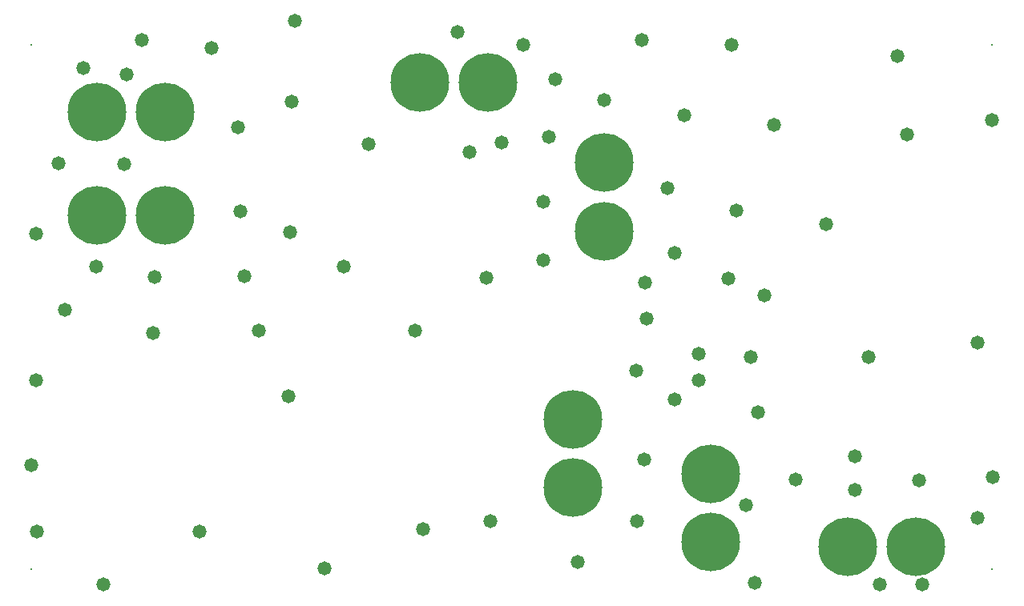
<source format=gbs>
G04*
G04 #@! TF.GenerationSoftware,Altium Limited,Altium Designer,19.1.8 (144)*
G04*
G04 Layer_Color=16711935*
%FSLAX25Y25*%
%MOIN*%
G70*
G01*
G75*
%ADD39C,0.24422*%
%ADD40C,0.00800*%
%ADD41C,0.05800*%
D39*
X253937Y185039D02*
D03*
Y156693D02*
D03*
X42913Y206201D02*
D03*
X71260D02*
D03*
X240945Y49803D02*
D03*
Y78150D02*
D03*
X205807Y218406D02*
D03*
X177461D02*
D03*
X42913Y163287D02*
D03*
X71260D02*
D03*
X298425Y27264D02*
D03*
Y55610D02*
D03*
X383858Y25197D02*
D03*
X355512D02*
D03*
D40*
X15748Y234252D02*
D03*
Y15748D02*
D03*
X415354D02*
D03*
Y234252D02*
D03*
D41*
X37402Y224410D02*
D03*
X346457Y159449D02*
D03*
X124016Y210630D02*
D03*
X17717Y155512D02*
D03*
Y94488D02*
D03*
X15748Y59055D02*
D03*
X211516Y193602D02*
D03*
X193110Y239370D02*
D03*
X233563Y219980D02*
D03*
X102756Y164862D02*
D03*
X123425Y156201D02*
D03*
X156201Y193012D02*
D03*
X198130Y189567D02*
D03*
X205020Y137303D02*
D03*
X137598Y16240D02*
D03*
X122835Y87894D02*
D03*
X85728Y31594D02*
D03*
X45669Y9547D02*
D03*
X29823Y123917D02*
D03*
X54528Y184547D02*
D03*
X55216Y221752D02*
D03*
X27067Y184744D02*
D03*
X61614Y236319D02*
D03*
X228740Y168898D02*
D03*
X386417Y9449D02*
D03*
X409449Y37303D02*
D03*
X17913Y31594D02*
D03*
X110531Y115059D02*
D03*
X175295Y115354D02*
D03*
X280413Y174409D02*
D03*
X318110Y81299D02*
D03*
X358268Y48819D02*
D03*
X333858Y53051D02*
D03*
X312894Y42421D02*
D03*
X368799Y9547D02*
D03*
X415650Y54134D02*
D03*
X385039Y52854D02*
D03*
X316831Y10236D02*
D03*
X178543Y32480D02*
D03*
X206594Y36024D02*
D03*
X270669Y61516D02*
D03*
X267815Y35728D02*
D03*
X242913Y18799D02*
D03*
X254035Y211319D02*
D03*
X231102Y195965D02*
D03*
X358268Y62894D02*
D03*
X42717Y141732D02*
D03*
X90847Y232874D02*
D03*
X125295Y244094D02*
D03*
X220472Y234252D02*
D03*
X145669Y141732D02*
D03*
X228543Y144587D02*
D03*
X269685Y236221D02*
D03*
X307087Y234252D02*
D03*
X376181Y229528D02*
D03*
X415354Y202756D02*
D03*
X287402Y204724D02*
D03*
X324803Y200787D02*
D03*
X309055Y165354D02*
D03*
X379921Y196850D02*
D03*
X409449Y110236D02*
D03*
X364173Y104331D02*
D03*
X267224Y98524D02*
D03*
X283465Y86614D02*
D03*
X293307Y94488D02*
D03*
Y105610D02*
D03*
X314961Y104331D02*
D03*
X320866Y129921D02*
D03*
X283465Y147638D02*
D03*
X271063Y135138D02*
D03*
X271654Y120079D02*
D03*
X67028Y137697D02*
D03*
X104331Y137795D02*
D03*
X66437Y114272D02*
D03*
X101772Y199705D02*
D03*
X305819Y136874D02*
D03*
M02*

</source>
